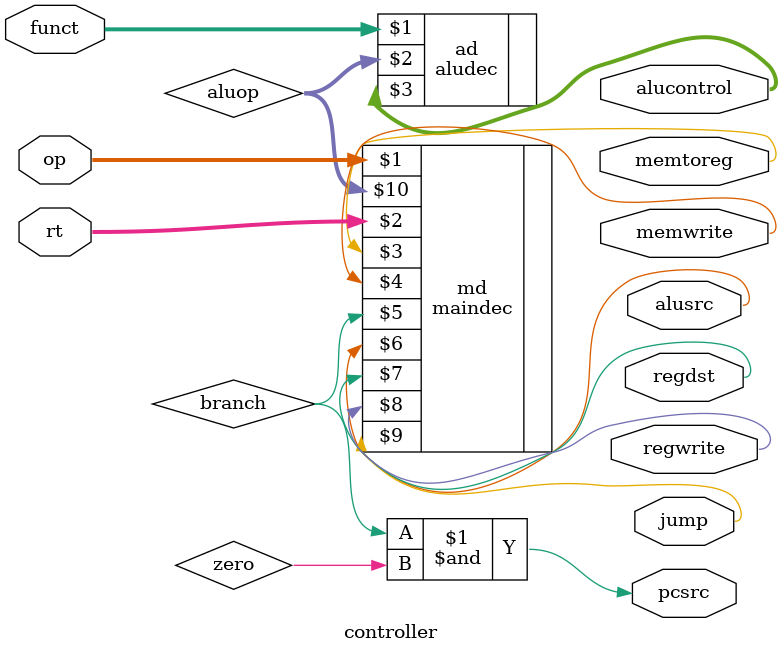
<source format=v>
module controller(
  input [5:0] op, funct,
  input [4:0] rt,
  output memtoreg, memwrite,
  output pcsrc, alusrc,
  output regdst, regwrite,
  output jump,
  output [2:0] alucontrol
  ); 

  wire[1:0] aluop;
  wire branch;

  maindec md(op, rt, memtoreg, memwrite, branch,
              alusrc, regdst, regwrite, jump, aluop);

  aludec ad(funct, aluop, alucontrol);

  assign pcsrc = branch&zero;

  endmodule

</source>
